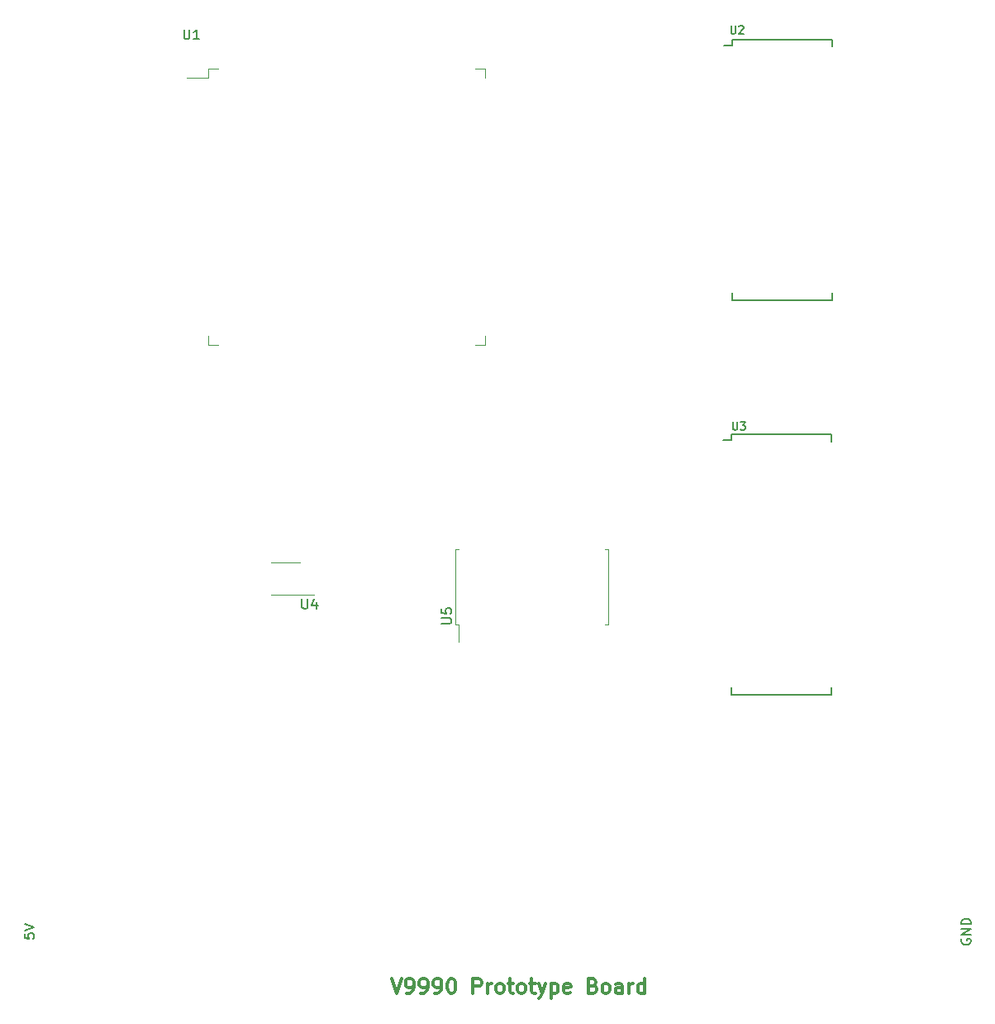
<source format=gbr>
%TF.GenerationSoftware,KiCad,Pcbnew,(6.0.0)*%
%TF.CreationDate,2022-08-25T16:51:24-03:00*%
%TF.ProjectId,BlankMSXCartHSH,426c616e-6b4d-4535-9843-617274485348,rev?*%
%TF.SameCoordinates,Original*%
%TF.FileFunction,Legend,Top*%
%TF.FilePolarity,Positive*%
%FSLAX46Y46*%
G04 Gerber Fmt 4.6, Leading zero omitted, Abs format (unit mm)*
G04 Created by KiCad (PCBNEW (6.0.0)) date 2022-08-25 16:51:24*
%MOMM*%
%LPD*%
G01*
G04 APERTURE LIST*
%ADD10C,0.150000*%
%ADD11C,0.300000*%
%ADD12C,0.203200*%
%ADD13C,0.120000*%
%ADD14C,0.200000*%
G04 APERTURE END LIST*
D10*
X56312380Y-153030476D02*
X56312380Y-153506666D01*
X56788571Y-153554285D01*
X56740952Y-153506666D01*
X56693333Y-153411428D01*
X56693333Y-153173333D01*
X56740952Y-153078095D01*
X56788571Y-153030476D01*
X56883809Y-152982857D01*
X57121904Y-152982857D01*
X57217142Y-153030476D01*
X57264761Y-153078095D01*
X57312380Y-153173333D01*
X57312380Y-153411428D01*
X57264761Y-153506666D01*
X57217142Y-153554285D01*
X56312380Y-152697142D02*
X57312380Y-152363809D01*
X56312380Y-152030476D01*
X152320000Y-153601904D02*
X152272380Y-153697142D01*
X152272380Y-153840000D01*
X152320000Y-153982857D01*
X152415238Y-154078095D01*
X152510476Y-154125714D01*
X152700952Y-154173333D01*
X152843809Y-154173333D01*
X153034285Y-154125714D01*
X153129523Y-154078095D01*
X153224761Y-153982857D01*
X153272380Y-153840000D01*
X153272380Y-153744761D01*
X153224761Y-153601904D01*
X153177142Y-153554285D01*
X152843809Y-153554285D01*
X152843809Y-153744761D01*
X153272380Y-153125714D02*
X152272380Y-153125714D01*
X153272380Y-152554285D01*
X152272380Y-152554285D01*
X153272380Y-152078095D02*
X152272380Y-152078095D01*
X152272380Y-151840000D01*
X152320000Y-151697142D01*
X152415238Y-151601904D01*
X152510476Y-151554285D01*
X152700952Y-151506666D01*
X152843809Y-151506666D01*
X153034285Y-151554285D01*
X153129523Y-151601904D01*
X153224761Y-151697142D01*
X153272380Y-151840000D01*
X153272380Y-152078095D01*
D11*
X93918571Y-157648571D02*
X94418571Y-159148571D01*
X94918571Y-157648571D01*
X95490000Y-159148571D02*
X95775714Y-159148571D01*
X95918571Y-159077142D01*
X95990000Y-159005714D01*
X96132857Y-158791428D01*
X96204285Y-158505714D01*
X96204285Y-157934285D01*
X96132857Y-157791428D01*
X96061428Y-157720000D01*
X95918571Y-157648571D01*
X95632857Y-157648571D01*
X95490000Y-157720000D01*
X95418571Y-157791428D01*
X95347142Y-157934285D01*
X95347142Y-158291428D01*
X95418571Y-158434285D01*
X95490000Y-158505714D01*
X95632857Y-158577142D01*
X95918571Y-158577142D01*
X96061428Y-158505714D01*
X96132857Y-158434285D01*
X96204285Y-158291428D01*
X96918571Y-159148571D02*
X97204285Y-159148571D01*
X97347142Y-159077142D01*
X97418571Y-159005714D01*
X97561428Y-158791428D01*
X97632857Y-158505714D01*
X97632857Y-157934285D01*
X97561428Y-157791428D01*
X97490000Y-157720000D01*
X97347142Y-157648571D01*
X97061428Y-157648571D01*
X96918571Y-157720000D01*
X96847142Y-157791428D01*
X96775714Y-157934285D01*
X96775714Y-158291428D01*
X96847142Y-158434285D01*
X96918571Y-158505714D01*
X97061428Y-158577142D01*
X97347142Y-158577142D01*
X97490000Y-158505714D01*
X97561428Y-158434285D01*
X97632857Y-158291428D01*
X98347142Y-159148571D02*
X98632857Y-159148571D01*
X98775714Y-159077142D01*
X98847142Y-159005714D01*
X98990000Y-158791428D01*
X99061428Y-158505714D01*
X99061428Y-157934285D01*
X98990000Y-157791428D01*
X98918571Y-157720000D01*
X98775714Y-157648571D01*
X98490000Y-157648571D01*
X98347142Y-157720000D01*
X98275714Y-157791428D01*
X98204285Y-157934285D01*
X98204285Y-158291428D01*
X98275714Y-158434285D01*
X98347142Y-158505714D01*
X98490000Y-158577142D01*
X98775714Y-158577142D01*
X98918571Y-158505714D01*
X98990000Y-158434285D01*
X99061428Y-158291428D01*
X99990000Y-157648571D02*
X100132857Y-157648571D01*
X100275714Y-157720000D01*
X100347142Y-157791428D01*
X100418571Y-157934285D01*
X100490000Y-158220000D01*
X100490000Y-158577142D01*
X100418571Y-158862857D01*
X100347142Y-159005714D01*
X100275714Y-159077142D01*
X100132857Y-159148571D01*
X99990000Y-159148571D01*
X99847142Y-159077142D01*
X99775714Y-159005714D01*
X99704285Y-158862857D01*
X99632857Y-158577142D01*
X99632857Y-158220000D01*
X99704285Y-157934285D01*
X99775714Y-157791428D01*
X99847142Y-157720000D01*
X99990000Y-157648571D01*
X102275714Y-159148571D02*
X102275714Y-157648571D01*
X102847142Y-157648571D01*
X102990000Y-157720000D01*
X103061428Y-157791428D01*
X103132857Y-157934285D01*
X103132857Y-158148571D01*
X103061428Y-158291428D01*
X102990000Y-158362857D01*
X102847142Y-158434285D01*
X102275714Y-158434285D01*
X103775714Y-159148571D02*
X103775714Y-158148571D01*
X103775714Y-158434285D02*
X103847142Y-158291428D01*
X103918571Y-158220000D01*
X104061428Y-158148571D01*
X104204285Y-158148571D01*
X104918571Y-159148571D02*
X104775714Y-159077142D01*
X104704285Y-159005714D01*
X104632857Y-158862857D01*
X104632857Y-158434285D01*
X104704285Y-158291428D01*
X104775714Y-158220000D01*
X104918571Y-158148571D01*
X105132857Y-158148571D01*
X105275714Y-158220000D01*
X105347142Y-158291428D01*
X105418571Y-158434285D01*
X105418571Y-158862857D01*
X105347142Y-159005714D01*
X105275714Y-159077142D01*
X105132857Y-159148571D01*
X104918571Y-159148571D01*
X105847142Y-158148571D02*
X106418571Y-158148571D01*
X106061428Y-157648571D02*
X106061428Y-158934285D01*
X106132857Y-159077142D01*
X106275714Y-159148571D01*
X106418571Y-159148571D01*
X107132857Y-159148571D02*
X106990000Y-159077142D01*
X106918571Y-159005714D01*
X106847142Y-158862857D01*
X106847142Y-158434285D01*
X106918571Y-158291428D01*
X106990000Y-158220000D01*
X107132857Y-158148571D01*
X107347142Y-158148571D01*
X107490000Y-158220000D01*
X107561428Y-158291428D01*
X107632857Y-158434285D01*
X107632857Y-158862857D01*
X107561428Y-159005714D01*
X107490000Y-159077142D01*
X107347142Y-159148571D01*
X107132857Y-159148571D01*
X108061428Y-158148571D02*
X108632857Y-158148571D01*
X108275714Y-157648571D02*
X108275714Y-158934285D01*
X108347142Y-159077142D01*
X108490000Y-159148571D01*
X108632857Y-159148571D01*
X108990000Y-158148571D02*
X109347142Y-159148571D01*
X109704285Y-158148571D02*
X109347142Y-159148571D01*
X109204285Y-159505714D01*
X109132857Y-159577142D01*
X108990000Y-159648571D01*
X110275714Y-158148571D02*
X110275714Y-159648571D01*
X110275714Y-158220000D02*
X110418571Y-158148571D01*
X110704285Y-158148571D01*
X110847142Y-158220000D01*
X110918571Y-158291428D01*
X110990000Y-158434285D01*
X110990000Y-158862857D01*
X110918571Y-159005714D01*
X110847142Y-159077142D01*
X110704285Y-159148571D01*
X110418571Y-159148571D01*
X110275714Y-159077142D01*
X112204285Y-159077142D02*
X112061428Y-159148571D01*
X111775714Y-159148571D01*
X111632857Y-159077142D01*
X111561428Y-158934285D01*
X111561428Y-158362857D01*
X111632857Y-158220000D01*
X111775714Y-158148571D01*
X112061428Y-158148571D01*
X112204285Y-158220000D01*
X112275714Y-158362857D01*
X112275714Y-158505714D01*
X111561428Y-158648571D01*
X114561428Y-158362857D02*
X114775714Y-158434285D01*
X114847142Y-158505714D01*
X114918571Y-158648571D01*
X114918571Y-158862857D01*
X114847142Y-159005714D01*
X114775714Y-159077142D01*
X114632857Y-159148571D01*
X114061428Y-159148571D01*
X114061428Y-157648571D01*
X114561428Y-157648571D01*
X114704285Y-157720000D01*
X114775714Y-157791428D01*
X114847142Y-157934285D01*
X114847142Y-158077142D01*
X114775714Y-158220000D01*
X114704285Y-158291428D01*
X114561428Y-158362857D01*
X114061428Y-158362857D01*
X115775714Y-159148571D02*
X115632857Y-159077142D01*
X115561428Y-159005714D01*
X115490000Y-158862857D01*
X115490000Y-158434285D01*
X115561428Y-158291428D01*
X115632857Y-158220000D01*
X115775714Y-158148571D01*
X115990000Y-158148571D01*
X116132857Y-158220000D01*
X116204285Y-158291428D01*
X116275714Y-158434285D01*
X116275714Y-158862857D01*
X116204285Y-159005714D01*
X116132857Y-159077142D01*
X115990000Y-159148571D01*
X115775714Y-159148571D01*
X117561428Y-159148571D02*
X117561428Y-158362857D01*
X117490000Y-158220000D01*
X117347142Y-158148571D01*
X117061428Y-158148571D01*
X116918571Y-158220000D01*
X117561428Y-159077142D02*
X117418571Y-159148571D01*
X117061428Y-159148571D01*
X116918571Y-159077142D01*
X116847142Y-158934285D01*
X116847142Y-158791428D01*
X116918571Y-158648571D01*
X117061428Y-158577142D01*
X117418571Y-158577142D01*
X117561428Y-158505714D01*
X118275714Y-159148571D02*
X118275714Y-158148571D01*
X118275714Y-158434285D02*
X118347142Y-158291428D01*
X118418571Y-158220000D01*
X118561428Y-158148571D01*
X118704285Y-158148571D01*
X119847142Y-159148571D02*
X119847142Y-157648571D01*
X119847142Y-159077142D02*
X119704285Y-159148571D01*
X119418571Y-159148571D01*
X119275714Y-159077142D01*
X119204285Y-159005714D01*
X119132857Y-158862857D01*
X119132857Y-158434285D01*
X119204285Y-158291428D01*
X119275714Y-158220000D01*
X119418571Y-158148571D01*
X119704285Y-158148571D01*
X119847142Y-158220000D01*
D10*
%TO.C,U5*%
X99062380Y-121301904D02*
X99871904Y-121301904D01*
X99967142Y-121254285D01*
X100014761Y-121206666D01*
X100062380Y-121111428D01*
X100062380Y-120920952D01*
X100014761Y-120825714D01*
X99967142Y-120778095D01*
X99871904Y-120730476D01*
X99062380Y-120730476D01*
X99062380Y-119778095D02*
X99062380Y-120254285D01*
X99538571Y-120301904D01*
X99490952Y-120254285D01*
X99443333Y-120159047D01*
X99443333Y-119920952D01*
X99490952Y-119825714D01*
X99538571Y-119778095D01*
X99633809Y-119730476D01*
X99871904Y-119730476D01*
X99967142Y-119778095D01*
X100014761Y-119825714D01*
X100062380Y-119920952D01*
X100062380Y-120159047D01*
X100014761Y-120254285D01*
X99967142Y-120301904D01*
%TO.C,U4*%
X84748095Y-118792380D02*
X84748095Y-119601904D01*
X84795714Y-119697142D01*
X84843333Y-119744761D01*
X84938571Y-119792380D01*
X85129047Y-119792380D01*
X85224285Y-119744761D01*
X85271904Y-119697142D01*
X85319523Y-119601904D01*
X85319523Y-118792380D01*
X86224285Y-119125714D02*
X86224285Y-119792380D01*
X85986190Y-118744761D02*
X85748095Y-119459047D01*
X86367142Y-119459047D01*
D12*
%TO.C,U3*%
X128880723Y-100664895D02*
X128880723Y-101322876D01*
X128919428Y-101400285D01*
X128958133Y-101438990D01*
X129035542Y-101477695D01*
X129190361Y-101477695D01*
X129267771Y-101438990D01*
X129306476Y-101400285D01*
X129345180Y-101322876D01*
X129345180Y-100664895D01*
X129654819Y-100664895D02*
X130157980Y-100664895D01*
X129887047Y-100974533D01*
X130003161Y-100974533D01*
X130080571Y-101013238D01*
X130119276Y-101051942D01*
X130157980Y-101129352D01*
X130157980Y-101322876D01*
X130119276Y-101400285D01*
X130080571Y-101438990D01*
X130003161Y-101477695D01*
X129770933Y-101477695D01*
X129693523Y-101438990D01*
X129654819Y-101400285D01*
%TO.C,U2*%
X128700723Y-60094895D02*
X128700723Y-60752876D01*
X128739428Y-60830285D01*
X128778133Y-60868990D01*
X128855542Y-60907695D01*
X129010361Y-60907695D01*
X129087771Y-60868990D01*
X129126476Y-60830285D01*
X129165180Y-60752876D01*
X129165180Y-60094895D01*
X129513523Y-60172304D02*
X129552228Y-60133600D01*
X129629638Y-60094895D01*
X129823161Y-60094895D01*
X129900571Y-60133600D01*
X129939276Y-60172304D01*
X129977980Y-60249714D01*
X129977980Y-60327123D01*
X129939276Y-60443238D01*
X129474819Y-60907695D01*
X129977980Y-60907695D01*
D10*
%TO.C,U1*%
X72658095Y-60492380D02*
X72658095Y-61301904D01*
X72705714Y-61397142D01*
X72753333Y-61444761D01*
X72848571Y-61492380D01*
X73039047Y-61492380D01*
X73134285Y-61444761D01*
X73181904Y-61397142D01*
X73229523Y-61301904D01*
X73229523Y-60492380D01*
X74229523Y-61492380D02*
X73658095Y-61492380D01*
X73943809Y-61492380D02*
X73943809Y-60492380D01*
X73848571Y-60635238D01*
X73753333Y-60730476D01*
X73658095Y-60778095D01*
%TO.C,@HOLE0*%
%TO.C,@HOLE1*%
D13*
%TO.C,U5*%
X116090000Y-117520000D02*
X116090000Y-113660000D01*
X116090000Y-113660000D02*
X115800000Y-113660000D01*
X116090000Y-117520000D02*
X116090000Y-121380000D01*
X116090000Y-121380000D02*
X115800000Y-121380000D01*
X100470000Y-117520000D02*
X100470000Y-113660000D01*
X100470000Y-113660000D02*
X100760000Y-113660000D01*
X100470000Y-117520000D02*
X100470000Y-121380000D01*
X100470000Y-121380000D02*
X100760000Y-121380000D01*
X100760000Y-121380000D02*
X100760000Y-123170000D01*
%TO.C,U4*%
X83080000Y-115090000D02*
X81580000Y-115090000D01*
X83080000Y-115090000D02*
X84580000Y-115090000D01*
X83080000Y-118310000D02*
X81580000Y-118310000D01*
X83080000Y-118310000D02*
X86005000Y-118310000D01*
D14*
%TO.C,U3*%
X128725000Y-102555000D02*
X127901000Y-102555000D01*
X128790000Y-128575000D02*
X139015000Y-128575000D01*
X128725000Y-101905000D02*
X139015000Y-101905000D01*
X128725000Y-128575000D02*
X128725000Y-127830000D01*
X139015000Y-128575000D02*
X139015000Y-127830000D01*
X139015000Y-101905000D02*
X139015000Y-102650000D01*
X128725000Y-101905000D02*
X128725000Y-102555000D01*
%TO.C,U2*%
X128795000Y-61505000D02*
X128795000Y-62155000D01*
X139085000Y-61505000D02*
X139085000Y-62250000D01*
X139085000Y-88175000D02*
X139085000Y-87430000D01*
X128795000Y-88175000D02*
X128795000Y-87430000D01*
X128795000Y-61505000D02*
X139085000Y-61505000D01*
X128860000Y-88175000D02*
X139085000Y-88175000D01*
X128795000Y-62155000D02*
X127971000Y-62155000D01*
D13*
%TO.C,U1*%
X103480000Y-92800000D02*
X103480000Y-91850000D01*
X102530000Y-92800000D02*
X103480000Y-92800000D01*
X75180000Y-92800000D02*
X75180000Y-91850000D01*
X76130000Y-92800000D02*
X75180000Y-92800000D01*
X103480000Y-64500000D02*
X103480000Y-65450000D01*
X102530000Y-64500000D02*
X103480000Y-64500000D01*
X75180000Y-65450000D02*
X72930000Y-65450000D01*
X75180000Y-64500000D02*
X75180000Y-65450000D01*
X76130000Y-64500000D02*
X75180000Y-64500000D01*
%TD*%
M02*

</source>
